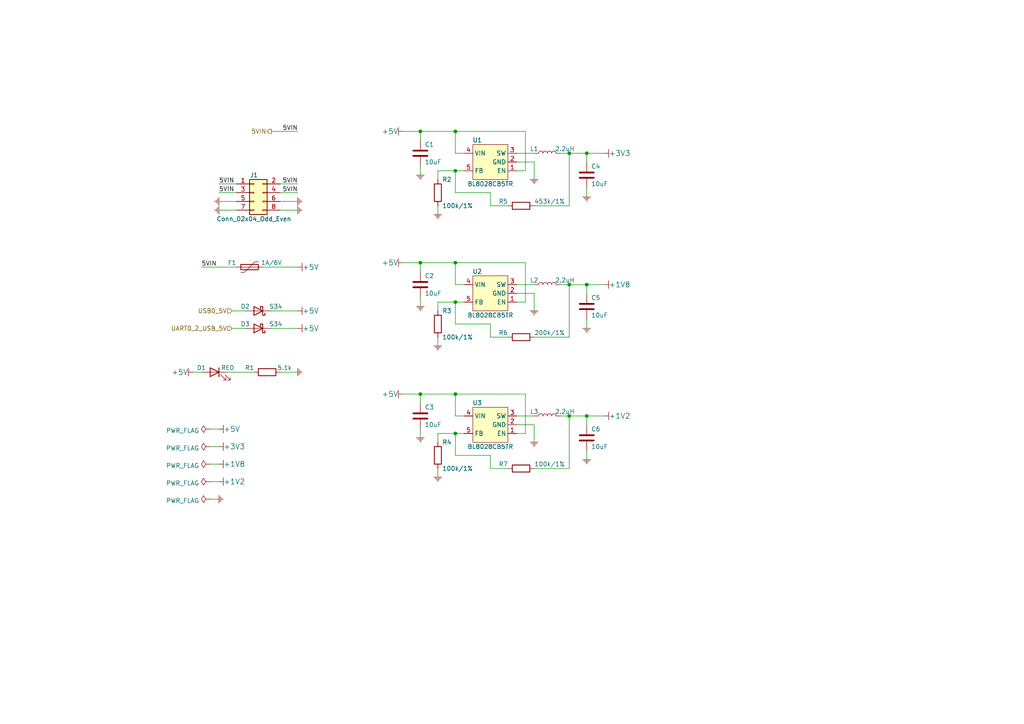
<source format=kicad_sch>
(kicad_sch (version 20230121) (generator eeschema)
  (paper "A4")
  (lib_symbols
    (symbol "0_power:+1V2" (power) (pin_names (offset 1.016))
      (property "Value" "+1V2" (at 0 1.27 0))
      (symbol "+1V2_0_1"
        (polyline (pts (xy -1.143 0) (xy 1.143 0)))
        (polyline (pts (xy 0 0) (xy 0 -1.27)))
      )
      (symbol "+1V2_1_1"
        (pin power_in line (at 0 -1.27 90) (length 0) hide (name "+1V2") (number "1"))
      )
    )
    (symbol "0_power:+1V8" (power) (pin_names (offset 1.016))
      (property "Value" "+1V8" (at 0 1.27 0))
      (symbol "+1V8_0_1"
        (polyline (pts (xy -1.143 0) (xy 1.143 0)))
        (polyline (pts (xy 0 0) (xy 0 -1.27)))
      )
      (symbol "+1V8_1_1"
        (pin power_in line (at 0 -1.27 90) (length 0) hide (name "+1V8") (number "1"))
      )
    )
    (symbol "0_power:+3V3" (power) (pin_names (offset 1.016))
      (property "Value" "+3V3" (at 0 1.27 0))
      (symbol "+3V3_0_1"
        (polyline (pts (xy -1.143 0) (xy 1.143 0)))
        (polyline (pts (xy 0 0) (xy 0 -1.27)))
      )
      (symbol "+3V3_1_1"
        (pin power_in line (at 0 -1.27 90) (length 0) hide (name "+3V3") (number "1"))
      )
    )
    (symbol "0_power:+5V" (power) (pin_names (offset 1.016))
      (property "Value" "+5V" (at 0 1.27 0))
      (symbol "+5V_0_1"
        (polyline (pts (xy -1.143 0) (xy 1.143 0)))
        (polyline (pts (xy 0 0) (xy 0 -1.27)))
      )
      (symbol "+5V_1_1"
        (pin power_in line (at 0 -1.27 90) (length 0) hide (name "+5V") (number "1"))
      )
    )
    (symbol "0_power:GND" (power) (pin_names (offset 1.016))
      (symbol "GND_0_1"
        (polyline (pts (xy -1.143 0) (xy 1.143 0)))
        (polyline (pts (xy -0.762 -0.381) (xy 0.762 -0.381)))
        (polyline (pts (xy -0.381 -0.762) (xy 0.381 -0.762)))
        (polyline (pts (xy -0.127 -1.143) (xy 0.127 -1.143)))
      )
      (symbol "GND_1_1"
        (pin power_in line (at 0 0 270) (length 0) hide (name "GND") (number "1"))
      )
    )
    (symbol "0_power:PWR_FLAG" (power) (pin_numbers hide) (pin_names (offset 0) hide)
      (property "Value" "PWR_FLAG" (at 0 3.81 0))
      (symbol "PWR_FLAG_0_0"
        (pin power_out line (at 0 0 90) (length 0) (name "pwr") (number "1"))
      )
      (symbol "PWR_FLAG_0_1"
        (polyline (pts (xy 0 0) (xy 0 1.27) (xy -1.016 1.905) (xy 0 2.54) (xy 1.016 1.905) (xy 0 1.27)))
      )
    )
    (symbol "0_ungrouped:BL8028CB5TR"
      (property "Reference" "U" (at -3.81 6.35 0))
      (property "Value" "BL8028CB5TR" (at 0 -6.35 0))
      (symbol "BL8028CB5TR_0_1"
        (rectangle (start -5.08 5.08) (end 5.08 -5.08) (stroke (width 0.1524)) (fill (type background)))
      )
      (symbol "BL8028CB5TR_1_1"
        (pin passive line (at -7.62 2.54 0) (length 2.54) (name "EN") (number "1"))
        (pin passive line (at -7.62 0 0) (length 2.54) (name "GND") (number "2"))
        (pin passive line (at -7.62 -2.54 0) (length 2.54) (name "SW") (number "3"))
        (pin passive line (at 7.62 -2.54 180) (length 2.54) (name "VIN") (number "4"))
        (pin passive line (at 7.62 2.54 180) (length 2.54) (name "FB") (number "5"))
      )
    )
    (symbol "Connector_Generic:Conn_02x04_Odd_Even" (pin_names (offset 1.016) hide)
      (property "Reference" "J" (at 1.27 5.08 0))
      (property "Value" "Conn_02x04_Odd_Even" (at 1.27 -7.62 0))
      (symbol "Conn_02x04_Odd_Even_1_1"
        (rectangle (start -1.27 -4.953) (end 0 -5.207) (stroke (width 0.1524)))
        (rectangle (start -1.27 -2.413) (end 0 -2.667) (stroke (width 0.1524)))
        (rectangle (start -1.27 0.127) (end 0 -0.127) (stroke (width 0.1524)))
        (rectangle (start -1.27 2.667) (end 0 2.413) (stroke (width 0.1524)))
        (rectangle (start -1.27 3.81) (end 3.81 -6.35) (stroke (width 0.254)) (fill (type background)))
        (rectangle (start 3.81 -4.953) (end 2.54 -5.207) (stroke (width 0.1524)))
        (rectangle (start 3.81 -2.413) (end 2.54 -2.667) (stroke (width 0.1524)))
        (rectangle (start 3.81 0.127) (end 2.54 -0.127) (stroke (width 0.1524)))
        (rectangle (start 3.81 2.667) (end 2.54 2.413) (stroke (width 0.1524)))
        (pin passive line (at -5.08 2.54 0) (length 3.81) (name "Pin_1") (number "1"))
        (pin passive line (at 7.62 2.54 180) (length 3.81) (name "Pin_2") (number "2"))
        (pin passive line (at -5.08 0 0) (length 3.81) (name "Pin_3") (number "3"))
        (pin passive line (at 7.62 0 180) (length 3.81) (name "Pin_4") (number "4"))
        (pin passive line (at -5.08 -2.54 0) (length 3.81) (name "Pin_5") (number "5"))
        (pin passive line (at 7.62 -2.54 180) (length 3.81) (name "Pin_6") (number "6"))
        (pin passive line (at -5.08 -5.08 0) (length 3.81) (name "Pin_7") (number "7"))
        (pin passive line (at 7.62 -5.08 180) (length 3.81) (name "Pin_8") (number "8"))
      )
    )
    (symbol "Device:C" (pin_numbers hide) (pin_names (offset 0.254))
      (property "Reference" "C" (at 0.635 2.54 0))
      (property "Value" "C" (at 0.635 -2.54 0))
      (symbol "C_0_1"
        (polyline (pts (xy -2.032 -0.762) (xy 2.032 -0.762)) (stroke (width 0.508)))
        (polyline (pts (xy -2.032 0.762) (xy 2.032 0.762)) (stroke (width 0.508)))
      )
      (symbol "C_1_1"
        (pin passive line (at 0 3.81 270) (length 2.794) (name "~") (number "1"))
        (pin passive line (at 0 -3.81 90) (length 2.794) (name "~") (number "2"))
      )
    )
    (symbol "Device:D_Schottky" (pin_numbers hide) (pin_names (offset 1.016) hide)
      (property "Reference" "D" (at 0 2.54 0))
      (property "Value" "D_Schottky" (at 0 -2.54 0))
      (symbol "D_Schottky_0_1"
        (polyline (pts (xy 1.27 0) (xy -1.27 0)))
        (polyline (pts (xy 1.27 1.27) (xy 1.27 -1.27) (xy -1.27 0) (xy 1.27 1.27)) (stroke (width 0.254)))
        (polyline (pts (xy -1.905 0.635) (xy -1.905 1.27) (xy -1.27 1.27) (xy -1.27 -1.27) (xy -0.635 -1.27) (xy -0.635 -0.635)) (stroke (width 0.254)))
      )
      (symbol "D_Schottky_1_1"
        (pin passive line (at -3.81 0 0) (length 2.54) (name "K") (number "1"))
        (pin passive line (at 3.81 0 180) (length 2.54) (name "A") (number "2"))
      )
    )
    (symbol "Device:L" (pin_numbers hide) (pin_names (offset 1.016) hide)
      (property "Reference" "L" (at -1.27 0 90))
      (property "Value" "L" (at 1.905 0 90))
      (symbol "L_0_1"
        (arc (start 0 -2.54) (mid 0.6323 -1.905) (end 0 -1.27))
        (arc (start 0 -1.27) (mid 0.6323 -0.635) (end 0 0))
        (arc (start 0 0) (mid 0.6323 0.635) (end 0 1.27))
        (arc (start 0 1.27) (mid 0.6323 1.905) (end 0 2.54))
      )
      (symbol "L_1_1"
        (pin passive line (at 0 3.81 270) (length 1.27) (name "1") (number "1"))
        (pin passive line (at 0 -3.81 90) (length 1.27) (name "2") (number "2"))
      )
    )
    (symbol "Device:LED" (pin_numbers hide) (pin_names (offset 1.016) hide)
      (property "Reference" "D" (at 0 2.54 0))
      (property "Value" "LED" (at 0 -2.54 0))
      (symbol "LED_0_1"
        (polyline (pts (xy -1.27 -1.27) (xy -1.27 1.27)) (stroke (width 0.254)))
        (polyline (pts (xy -1.27 0) (xy 1.27 0)))
        (polyline (pts (xy 1.27 -1.27) (xy 1.27 1.27) (xy -1.27 0) (xy 1.27 -1.27)) (stroke (width 0.254)))
        (polyline (pts (xy -3.048 -0.762) (xy -4.572 -2.286) (xy -3.81 -2.286) (xy -4.572 -2.286) (xy -4.572 -1.524)))
        (polyline (pts (xy -1.778 -0.762) (xy -3.302 -2.286) (xy -2.54 -2.286) (xy -3.302 -2.286) (xy -3.302 -1.524)))
      )
      (symbol "LED_1_1"
        (pin passive line (at -3.81 0 0) (length 2.54) (name "K") (number "1"))
        (pin passive line (at 3.81 0 180) (length 2.54) (name "A") (number "2"))
      )
    )
    (symbol "Device:Polyfuse" (pin_numbers hide) (pin_names (offset 0))
      (property "Reference" "F" (at -2.54 0 90))
      (property "Value" "Polyfuse" (at 2.54 0 90))
      (symbol "Polyfuse_0_1"
        (rectangle (start -0.762 2.54) (end 0.762 -2.54) (stroke (width 0.254)))
        (polyline (pts (xy 0 2.54) (xy 0 -2.54)))
        (polyline (pts (xy -1.524 2.54) (xy -1.524 1.524) (xy 1.524 -1.524) (xy 1.524 -2.54)))
      )
      (symbol "Polyfuse_1_1"
        (pin passive line (at 0 3.81 270) (length 1.27) (name "~") (number "1"))
        (pin passive line (at 0 -3.81 90) (length 1.27) (name "~") (number "2"))
      )
    )
    (symbol "Device:R" (pin_numbers hide) (pin_names (offset 0))
      (property "Reference" "R" (at 2.032 0 90))
      (property "Value" "R" (at 0 0 90))
      (symbol "R_0_1"
        (rectangle (start -1.016 -2.54) (end 1.016 2.54) (stroke (width 0.254)))
      )
      (symbol "R_1_1"
        (pin passive line (at 0 3.81 270) (length 1.27) (name "~") (number "1"))
        (pin passive line (at 0 -3.81 90) (length 1.27) (name "~") (number "2"))
      )
    )
  )
  (junction (at 121.92 114.3))
  (junction (at 132.08 114.3))
  (junction (at 132.08 87.63))
  (junction (at 170.18 120.65))
  (junction (at 121.92 76.2))
  (junction (at 132.08 38.1))
  (junction (at 170.18 44.45))
  (junction (at 132.08 49.53))
  (junction (at 165.1 82.55))
  (junction (at 170.18 82.55))
  (junction (at 121.92 38.1))
  (junction (at 132.08 125.73))
  (junction (at 132.08 76.2))
  (junction (at 165.1 44.45))
  (junction (at 165.1 120.65))
  (wire (pts (xy 152.4 114.3) (xy 152.4 125.73)))
  (wire (pts (xy 121.92 124.46) (xy 121.92 127)))
  (wire (pts (xy 132.08 114.3) (xy 152.4 114.3)))
  (wire (pts (xy 127 59.69) (xy 127 62.23)))
  (wire (pts (xy 81.28 53.34) (xy 86.36 53.34)))
  (wire (pts (xy 81.28 58.42) (xy 86.36 58.42)))
  (wire (pts (xy 132.08 125.73) (xy 132.08 132.08)))
  (wire (pts (xy 142.24 55.88) (xy 142.24 59.69)))
  (wire (pts (xy 132.08 55.88) (xy 142.24 55.88)))
  (wire (pts (xy 162.56 82.55) (xy 165.1 82.55)))
  (wire (pts (xy 132.08 38.1) (xy 152.4 38.1)))
  (wire (pts (xy 132.08 76.2) (xy 152.4 76.2)))
  (wire (pts (xy 149.86 82.55) (xy 154.94 82.55)))
  (wire (pts (xy 170.18 92.71) (xy 170.18 95.25)))
  (wire (pts (xy 170.18 44.45) (xy 175.26 44.45)))
  (wire (pts (xy 60.96 144.78) (xy 63.5 144.78)))
  (wire (pts (xy 63.5 53.34) (xy 68.58 53.34)))
  (wire (pts (xy 63.5 58.42) (xy 68.58 58.42)))
  (wire (pts (xy 121.92 38.1) (xy 132.08 38.1)))
  (wire (pts (xy 67.31 90.17) (xy 71.12 90.17)))
  (wire (pts (xy 142.24 59.69) (xy 147.32 59.69)))
  (wire (pts (xy 134.62 125.73) (xy 132.08 125.73)))
  (wire (pts (xy 162.56 44.45) (xy 165.1 44.45)))
  (wire (pts (xy 67.31 95.25) (xy 71.12 95.25)))
  (wire (pts (xy 152.4 76.2) (xy 152.4 87.63)))
  (wire (pts (xy 132.08 114.3) (xy 132.08 120.65)))
  (wire (pts (xy 81.28 55.88) (xy 86.36 55.88)))
  (wire (pts (xy 76.2 77.47) (xy 86.36 77.47)))
  (wire (pts (xy 132.08 87.63) (xy 132.08 93.98)))
  (wire (pts (xy 81.28 60.96) (xy 86.36 60.96)))
  (wire (pts (xy 60.96 134.62) (xy 63.5 134.62)))
  (wire (pts (xy 132.08 93.98) (xy 142.24 93.98)))
  (wire (pts (xy 132.08 49.53) (xy 132.08 55.88)))
  (wire (pts (xy 152.4 38.1) (xy 152.4 49.53)))
  (wire (pts (xy 134.62 49.53) (xy 132.08 49.53)))
  (wire (pts (xy 165.1 82.55) (xy 165.1 97.79)))
  (wire (pts (xy 165.1 59.69) (xy 154.94 59.69)))
  (wire (pts (xy 134.62 82.55) (xy 132.08 82.55)))
  (wire (pts (xy 121.92 76.2) (xy 121.92 78.74)))
  (wire (pts (xy 149.86 49.53) (xy 152.4 49.53)))
  (wire (pts (xy 142.24 132.08) (xy 142.24 135.89)))
  (wire (pts (xy 149.86 123.19) (xy 154.94 123.19)))
  (wire (pts (xy 149.86 87.63) (xy 152.4 87.63)))
  (wire (pts (xy 127 87.63) (xy 127 90.17)))
  (wire (pts (xy 116.84 76.2) (xy 121.92 76.2)))
  (wire (pts (xy 127 125.73) (xy 127 128.27)))
  (wire (pts (xy 63.5 55.88) (xy 68.58 55.88)))
  (wire (pts (xy 116.84 38.1) (xy 121.92 38.1)))
  (wire (pts (xy 142.24 97.79) (xy 147.32 97.79)))
  (wire (pts (xy 81.28 107.95) (xy 86.36 107.95)))
  (wire (pts (xy 142.24 93.98) (xy 142.24 97.79)))
  (wire (pts (xy 121.92 86.36) (xy 121.92 88.9)))
  (wire (pts (xy 165.1 135.89) (xy 154.94 135.89)))
  (wire (pts (xy 149.86 46.99) (xy 154.94 46.99)))
  (wire (pts (xy 149.86 120.65) (xy 154.94 120.65)))
  (wire (pts (xy 165.1 44.45) (xy 170.18 44.45)))
  (wire (pts (xy 165.1 44.45) (xy 165.1 59.69)))
  (wire (pts (xy 127 97.79) (xy 127 100.33)))
  (wire (pts (xy 132.08 125.73) (xy 127 125.73)))
  (wire (pts (xy 154.94 46.99) (xy 154.94 52.07)))
  (wire (pts (xy 55.88 107.95) (xy 58.42 107.95)))
  (wire (pts (xy 121.92 76.2) (xy 132.08 76.2)))
  (wire (pts (xy 142.24 135.89) (xy 147.32 135.89)))
  (wire (pts (xy 127 49.53) (xy 127 52.07)))
  (wire (pts (xy 121.92 48.26) (xy 121.92 50.8)))
  (wire (pts (xy 170.18 82.55) (xy 175.26 82.55)))
  (wire (pts (xy 121.92 114.3) (xy 132.08 114.3)))
  (wire (pts (xy 170.18 54.61) (xy 170.18 57.15)))
  (wire (pts (xy 132.08 132.08) (xy 142.24 132.08)))
  (wire (pts (xy 170.18 44.45) (xy 170.18 46.99)))
  (wire (pts (xy 132.08 76.2) (xy 132.08 82.55)))
  (wire (pts (xy 58.42 77.47) (xy 68.58 77.47)))
  (wire (pts (xy 60.96 124.46) (xy 63.5 124.46)))
  (wire (pts (xy 78.74 95.25) (xy 86.36 95.25)))
  (wire (pts (xy 121.92 114.3) (xy 121.92 116.84)))
  (wire (pts (xy 60.96 139.7) (xy 63.5 139.7)))
  (wire (pts (xy 170.18 130.81) (xy 170.18 133.35)))
  (wire (pts (xy 66.04 107.95) (xy 73.66 107.95)))
  (wire (pts (xy 149.86 125.73) (xy 152.4 125.73)))
  (wire (pts (xy 149.86 44.45) (xy 154.94 44.45)))
  (wire (pts (xy 132.08 87.63) (xy 127 87.63)))
  (wire (pts (xy 170.18 120.65) (xy 170.18 123.19)))
  (wire (pts (xy 170.18 120.65) (xy 175.26 120.65)))
  (wire (pts (xy 165.1 97.79) (xy 154.94 97.79)))
  (wire (pts (xy 121.92 38.1) (xy 121.92 40.64)))
  (wire (pts (xy 134.62 44.45) (xy 132.08 44.45)))
  (wire (pts (xy 78.74 38.1) (xy 86.36 38.1)))
  (wire (pts (xy 78.74 90.17) (xy 86.36 90.17)))
  (wire (pts (xy 165.1 120.65) (xy 165.1 135.89)))
  (wire (pts (xy 127 135.89) (xy 127 138.43)))
  (wire (pts (xy 134.62 87.63) (xy 132.08 87.63)))
  (wire (pts (xy 154.94 123.19) (xy 154.94 128.27)))
  (wire (pts (xy 60.96 129.54) (xy 63.5 129.54)))
  (wire (pts (xy 132.08 38.1) (xy 132.08 44.45)))
  (wire (pts (xy 165.1 120.65) (xy 170.18 120.65)))
  (wire (pts (xy 63.5 60.96) (xy 68.58 60.96)))
  (wire (pts (xy 170.18 82.55) (xy 170.18 85.09)))
  (wire (pts (xy 162.56 120.65) (xy 165.1 120.65)))
  (wire (pts (xy 132.08 49.53) (xy 127 49.53)))
  (wire (pts (xy 116.84 114.3) (xy 121.92 114.3)))
  (wire (pts (xy 165.1 82.55) (xy 170.18 82.55)))
  (wire (pts (xy 134.62 120.65) (xy 132.08 120.65)))
  (wire (pts (xy 154.94 85.09) (xy 154.94 90.17)))
  (wire (pts (xy 149.86 85.09) (xy 154.94 85.09)))
  (label "5VIN" (at 86.36 55.88 180))
  (label "5VIN" (at 86.36 53.34 180))
  (label "5VIN" (at 63.5 53.34 0))
  (label "5VIN" (at 63.5 55.88 0))
  (label "5VIN" (at 58.42 77.47 0))
  (label "5VIN" (at 86.36 38.1 180))
  (hierarchical_label "5VIN" (shape output) (at 78.74 38.1 180))
  (hierarchical_label "USB0_5V" (shape input) (at 67.31 90.17 180))
  (hierarchical_label "UART0_2_USB_5V" (shape input) (at 67.31 95.25 180))
  (symbol (lib_id "Device:C") (at 170.18 50.8 0) (unit 1)
    (property "Reference" "C4" (at 171.45 48.26 0) (effects (justify left)))
    (property "Value" "10uF" (at 171.45 53.34 0) (effects (justify left)))
    (property "Footprint" "Capacitor_SMD:C_0805_2012Metric" (effects hide))
  )
  (symbol (lib_id "0_power:PWR_FLAG") (at 60.96 134.62 90) (unit 1)
    (property "Reference" "#FLG04" (effects hide))
    (property "Value" "PWR_FLAG" (at 57.7851 135.0538 90) (effects (justify left)))
  )
  (symbol (lib_id "0_ungrouped:BL8028CB5TR") (at 142.24 85.09 180) (unit 1)
    (property "Reference" "U2" (at 138.43 78.74 0))
    (property "Value" "BL8028CB5TR" (at 142.24 91.44 0))
    (property "Footprint" "Package_TO_SOT_SMD:SOT-23-5" (effects hide))
  )
  (symbol (lib_id "0_power:GND") (at 63.5 144.78 90) (unit 1)
    (property "Reference" "#PWR061" (effects hide))
    (property "Value" "GND" (effects hide))
  )
  (symbol (lib_id "0_power:+1V2") (at 176.53 120.65 270) (unit 1)
    (property "Reference" "#PWR0118" (effects hide))
    (property "Value" "+1V2" (at 176.53 120.65 90) (effects (font (size 1.524 1.524)) (justify left)))
  )
  (symbol (lib_id "0_power:GND") (at 63.5 60.96 270) (unit 1)
    (property "Reference" "#PWR0127" (effects hide))
    (property "Value" "GND" (effects hide))
  )
  (symbol (lib_id "0_power:+5V") (at 87.63 90.17 270) (unit 1)
    (property "Reference" "#PWR0124" (effects hide))
    (property "Value" "+5V" (at 87.63 90.17 90) (effects (font (size 1.524 1.524)) (justify left)))
  )
  (symbol (lib_id "Device:R") (at 151.13 97.79 90) (unit 1)
    (property "Reference" "R6" (at 147.32 96.52 90) (effects (justify left)))
    (property "Value" "200k/1%" (at 163.83 96.52 90) (effects (justify left)))
    (property "Footprint" "Resistor_SMD:R_0603_1608Metric" (effects hide))
  )
  (symbol (lib_id "0_power:PWR_FLAG") (at 60.96 139.7 90) (unit 1)
    (property "Reference" "#FLG05" (effects hide))
    (property "Value" "PWR_FLAG" (at 57.7851 140.1338 90) (effects (justify left)))
  )
  (symbol (lib_id "0_power:GND") (at 127 138.43 0) (unit 1)
    (property "Reference" "#PWR0104" (effects hide))
    (property "Value" "GND" (effects hide))
  )
  (symbol (lib_id "Device:R") (at 77.47 107.95 90) (unit 1)
    (property "Reference" "R1" (at 72.39 106.68 90))
    (property "Value" "5.1k" (at 82.55 106.68 90))
    (property "Footprint" "Resistor_SMD:R_0603_1608Metric" (effects hide))
  )
  (symbol (lib_id "0_power:+1V8") (at 176.53 82.55 270) (unit 1)
    (property "Reference" "#PWR0113" (effects hide))
    (property "Value" "+1V8" (at 176.53 82.55 90) (effects (font (size 1.524 1.524)) (justify left)))
  )
  (symbol (lib_id "Device:R") (at 127 93.98 0) (unit 1)
    (property "Reference" "R3" (at 128.27 90.17 0) (effects (justify left)))
    (property "Value" "100k/1%" (at 128.27 97.79 0) (effects (justify left)))
    (property "Footprint" "Resistor_SMD:R_0603_1608Metric" (effects hide))
  )
  (symbol (lib_id "0_power:GND") (at 86.36 60.96 90) (mirror x) (unit 1)
    (property "Reference" "#PWR03" (effects hide))
    (property "Value" "GND" (effects hide))
  )
  (symbol (lib_id "0_power:GND") (at 86.36 58.42 90) (mirror x) (unit 1)
    (property "Reference" "#PWR02" (effects hide))
    (property "Value" "GND" (effects hide))
  )
  (symbol (lib_id "0_power:+5V") (at 54.61 107.95 90) (unit 1)
    (property "Reference" "#PWR0122" (effects hide))
    (property "Value" "+5V" (at 54.61 107.95 90) (effects (font (size 1.524 1.524)) (justify left)))
  )
  (symbol (lib_id "Device:C") (at 121.92 44.45 0) (unit 1)
    (property "Reference" "C1" (at 123.19 41.91 0) (effects (justify left)))
    (property "Value" "10uF" (at 123.19 46.99 0) (effects (justify left)))
    (property "Footprint" "Capacitor_SMD:C_0805_2012Metric" (effects hide))
  )
  (symbol (lib_id "0_power:+5V") (at 87.63 95.25 270) (unit 1)
    (property "Reference" "#PWR0123" (effects hide))
    (property "Value" "+5V" (at 87.63 95.25 90) (effects (font (size 1.524 1.524)) (justify left)))
  )
  (symbol (lib_id "0_power:GND") (at 121.92 88.9 0) (unit 1)
    (property "Reference" "#PWR0108" (effects hide))
    (property "Value" "GND" (effects hide))
  )
  (symbol (lib_id "0_ungrouped:BL8028CB5TR") (at 142.24 123.19 180) (unit 1)
    (property "Reference" "U3" (at 138.43 116.84 0))
    (property "Value" "BL8028CB5TR" (at 142.24 129.54 0))
    (property "Footprint" "Package_TO_SOT_SMD:SOT-23-5" (effects hide))
  )
  (symbol (lib_id "Device:Polyfuse") (at 72.39 77.47 90) (unit 1)
    (property "Reference" "F1" (at 67.31 76.2 90))
    (property "Value" "1A/6V" (at 78.74 76.2 90))
    (property "Footprint" "Fuse:Fuse_1206_3216Metric_Pad1.42x1.75mm_HandSolder" (effects hide))
  )
  (symbol (lib_id "0_power:GND") (at 170.18 133.35 0) (unit 1)
    (property "Reference" "#PWR0117" (effects hide))
    (property "Value" "GND" (effects hide))
  )
  (symbol (lib_id "0_power:+1V2") (at 64.77 139.7 270) (unit 1)
    (property "Reference" "#PWR065" (effects hide))
    (property "Value" "+1V2" (at 64.77 139.7 90) (effects (font (size 1.524 1.524)) (justify left)))
  )
  (symbol (lib_id "0_power:+3V3") (at 64.77 129.54 270) (unit 1)
    (property "Reference" "#PWR063" (effects hide))
    (property "Value" "+3V3" (at 64.77 129.54 90) (effects (font (size 1.524 1.524)) (justify left)))
  )
  (symbol (lib_id "Device:C") (at 121.92 120.65 0) (unit 1)
    (property "Reference" "C3" (at 123.19 118.11 0) (effects (justify left)))
    (property "Value" "10uF" (at 123.19 123.19 0) (effects (justify left)))
    (property "Footprint" "Capacitor_SMD:C_0805_2012Metric" (effects hide))
  )
  (symbol (lib_id "0_power:+5V") (at 115.57 76.2 90) (unit 1)
    (property "Reference" "#PWR0109" (effects hide))
    (property "Value" "+5V" (at 115.57 76.2 90) (effects (font (size 1.524 1.524)) (justify left)))
  )
  (symbol (lib_id "Device:D_Schottky") (at 74.93 90.17 180) (unit 1)
    (property "Reference" "D2" (at 71.12 88.9 0))
    (property "Value" "S34" (at 80.01 88.9 0))
    (property "Footprint" "Diode_SMD:D_SOD-123F" (effects hide))
  )
  (symbol (lib_id "0_power:+5V") (at 87.63 77.47 270) (unit 1)
    (property "Reference" "#PWR0125" (effects hide))
    (property "Value" "+5V" (at 87.63 77.47 90) (effects (font (size 1.524 1.524)) (justify left)))
  )
  (symbol (lib_id "0_power:GND") (at 127 100.33 0) (unit 1)
    (property "Reference" "#PWR0103" (effects hide))
    (property "Value" "GND" (effects hide))
  )
  (symbol (lib_id "0_power:GND") (at 121.92 50.8 0) (unit 1)
    (property "Reference" "#PWR0105" (effects hide))
    (property "Value" "GND" (effects hide))
  )
  (symbol (lib_id "0_power:PWR_FLAG") (at 60.96 144.78 90) (unit 1)
    (property "Reference" "#FLG06" (effects hide))
    (property "Value" "PWR_FLAG" (at 57.7851 145.2138 90) (effects (justify left)))
  )
  (symbol (lib_id "Device:R") (at 127 132.08 0) (unit 1)
    (property "Reference" "R4" (at 128.27 128.27 0) (effects (justify left)))
    (property "Value" "100k/1%" (at 128.27 135.89 0) (effects (justify left)))
    (property "Footprint" "Resistor_SMD:R_0603_1608Metric" (effects hide))
  )
  (symbol (lib_id "Device:C") (at 170.18 88.9 0) (unit 1)
    (property "Reference" "C5" (at 171.45 86.36 0) (effects (justify left)))
    (property "Value" "10uF" (at 171.45 91.44 0) (effects (justify left)))
    (property "Footprint" "Capacitor_SMD:C_0805_2012Metric" (effects hide))
  )
  (symbol (lib_id "Device:L") (at 158.75 82.55 90) (unit 1)
    (property "Reference" "L2" (at 154.94 81.28 90))
    (property "Value" "2.2uH" (at 163.83 81.28 90))
    (property "Footprint" "0_ungrouped:Inductor_SMD_2520_2.5x2.0mm" (effects hide))
  )
  (symbol (lib_id "Device:R") (at 151.13 59.69 90) (unit 1)
    (property "Reference" "R5" (at 147.32 58.42 90) (effects (justify left)))
    (property "Value" "453k/1%" (at 163.83 58.42 90) (effects (justify left)))
    (property "Footprint" "Resistor_SMD:R_0603_1608Metric" (effects hide))
  )
  (symbol (lib_id "Device:R") (at 127 55.88 0) (unit 1)
    (property "Reference" "R2" (at 128.27 52.07 0) (effects (justify left)))
    (property "Value" "100k/1%" (at 128.27 59.69 0) (effects (justify left)))
    (property "Footprint" "Resistor_SMD:R_0603_1608Metric" (effects hide))
  )
  (symbol (lib_id "0_power:GND") (at 154.94 90.17 0) (unit 1)
    (property "Reference" "#PWR0111" (effects hide))
    (property "Value" "GND" (effects hide))
  )
  (symbol (lib_id "Device:C") (at 121.92 82.55 0) (unit 1)
    (property "Reference" "C2" (at 123.19 80.01 0) (effects (justify left)))
    (property "Value" "10uF" (at 123.19 85.09 0) (effects (justify left)))
    (property "Footprint" "Capacitor_SMD:C_0805_2012Metric" (effects hide))
  )
  (symbol (lib_id "Connector_Generic:Conn_02x04_Odd_Even") (at 73.66 55.88 0) (unit 1)
    (property "Reference" "J1" (at 73.66 50.8 0))
    (property "Value" "Conn_02x04_Odd_Even" (at 73.66 63.5 0))
    (property "Footprint" "Connector_PinHeader_2.54mm:PinHeader_2x04_P2.54mm_Vertical" (effects hide))
  )
  (symbol (lib_id "0_power:GND") (at 127 62.23 0) (unit 1)
    (property "Reference" "#PWR0106" (effects hide))
    (property "Value" "GND" (effects hide))
  )
  (symbol (lib_id "0_power:+1V8") (at 64.77 134.62 270) (unit 1)
    (property "Reference" "#PWR064" (effects hide))
    (property "Value" "+1V8" (at 64.77 134.62 90) (effects (font (size 1.524 1.524)) (justify left)))
  )
  (symbol (lib_id "0_ungrouped:BL8028CB5TR") (at 142.24 46.99 180) (unit 1)
    (property "Reference" "U1" (at 138.43 40.64 0))
    (property "Value" "BL8028CB5TR" (at 142.24 53.34 0))
    (property "Footprint" "Package_TO_SOT_SMD:SOT-23-5" (effects hide))
  )
  (symbol (lib_id "0_power:GND") (at 121.92 127 0) (unit 1)
    (property "Reference" "#PWR0101" (effects hide))
    (property "Value" "GND" (effects hide))
  )
  (symbol (lib_id "0_power:GND") (at 170.18 95.25 0) (unit 1)
    (property "Reference" "#PWR0116" (effects hide))
    (property "Value" "GND" (effects hide))
  )
  (symbol (lib_id "Device:D_Schottky") (at 74.93 95.25 180) (unit 1)
    (property "Reference" "D3" (at 71.12 93.98 0))
    (property "Value" "S34" (at 80.01 93.98 0))
    (property "Footprint" "Diode_SMD:D_SOD-123F" (effects hide))
  )
  (symbol (lib_id "Device:LED") (at 62.23 107.95 0) (mirror y) (unit 1)
    (property "Reference" "D1" (at 58.42 106.68 0))
    (property "Value" "RED" (at 66.04 106.68 0))
    (property "Footprint" "LED_SMD:LED_0603_1608Metric" (effects hide))
  )
  (symbol (lib_id "0_power:GND") (at 63.5 58.42 270) (unit 1)
    (property "Reference" "#PWR01" (effects hide))
    (property "Value" "GND" (effects hide))
  )
  (symbol (lib_id "Device:L") (at 158.75 120.65 90) (unit 1)
    (property "Reference" "L3" (at 154.94 119.38 90))
    (property "Value" "2.2uH" (at 163.83 119.38 90))
    (property "Footprint" "0_ungrouped:Inductor_SMD_2520_2.5x2.0mm" (effects hide))
  )
  (symbol (lib_id "0_power:GND") (at 154.94 128.27 0) (unit 1)
    (property "Reference" "#PWR0115" (effects hide))
    (property "Value" "GND" (effects hide))
  )
  (symbol (lib_id "0_power:+3V3") (at 176.53 44.45 270) (unit 1)
    (property "Reference" "#PWR0114" (effects hide))
    (property "Value" "+3V3" (at 176.53 44.45 90) (effects (font (size 1.524 1.524)) (justify left)))
  )
  (symbol (lib_id "0_power:PWR_FLAG") (at 60.96 129.54 90) (unit 1)
    (property "Reference" "#FLG03" (effects hide))
    (property "Value" "PWR_FLAG" (at 57.7851 129.9738 90) (effects (justify left)))
  )
  (symbol (lib_id "0_power:+5V") (at 115.57 114.3 90) (unit 1)
    (property "Reference" "#PWR0102" (effects hide))
    (property "Value" "+5V" (at 115.57 114.3 90) (effects (font (size 1.524 1.524)) (justify left)))
  )
  (symbol (lib_id "0_power:GND") (at 86.36 107.95 90) (mirror x) (unit 1)
    (property "Reference" "#PWR0121" (effects hide))
    (property "Value" "GND" (effects hide))
  )
  (symbol (lib_id "0_power:+5V") (at 115.57 38.1 90) (unit 1)
    (property "Reference" "#PWR0107" (effects hide))
    (property "Value" "+5V" (at 115.57 38.1 90) (effects (font (size 1.524 1.524)) (justify left)))
  )
  (symbol (lib_id "0_power:+5V") (at 64.77 124.46 270) (unit 1)
    (property "Reference" "#PWR062" (effects hide))
    (property "Value" "+5V" (at 64.77 124.46 90) (effects (font (size 1.524 1.524)) (justify left)))
  )
  (symbol (lib_id "0_power:PWR_FLAG") (at 60.96 124.46 90) (unit 1)
    (property "Reference" "#FLG02" (effects hide))
    (property "Value" "PWR_FLAG" (at 57.7851 124.8938 90) (effects (justify left)))
  )
  (symbol (lib_id "Device:L") (at 158.75 44.45 90) (unit 1)
    (property "Reference" "L1" (at 154.94 43.18 90))
    (property "Value" "2.2uH" (at 163.83 43.18 90))
    (property "Footprint" "0_ungrouped:Inductor_SMD_2520_2.5x2.0mm" (effects hide))
  )
  (symbol (lib_id "Device:R") (at 151.13 135.89 90) (unit 1)
    (property "Reference" "R7" (at 147.32 134.62 90) (effects (justify left)))
    (property "Value" "100k/1%" (at 163.83 134.62 90) (effects (justify left)))
    (property "Footprint" "Resistor_SMD:R_0603_1608Metric" (effects hide))
  )
  (symbol (lib_id "Device:C") (at 170.18 127 0) (unit 1)
    (property "Reference" "C6" (at 171.45 124.46 0) (effects (justify left)))
    (property "Value" "10uF" (at 171.45 129.54 0) (effects (justify left)))
    (property "Footprint" "Capacitor_SMD:C_0805_2012Metric" (effects hide))
  )
  (symbol (lib_id "0_power:GND") (at 170.18 57.15 0) (unit 1)
    (property "Reference" "#PWR0112" (effects hide))
    (property "Value" "GND" (effects hide))
  )
  (symbol (lib_id "0_power:GND") (at 154.94 52.07 0) (unit 1)
    (property "Reference" "#PWR0110" (effects hide))
    (property "Value" "GND" (effects hide))
  )
)
</source>
